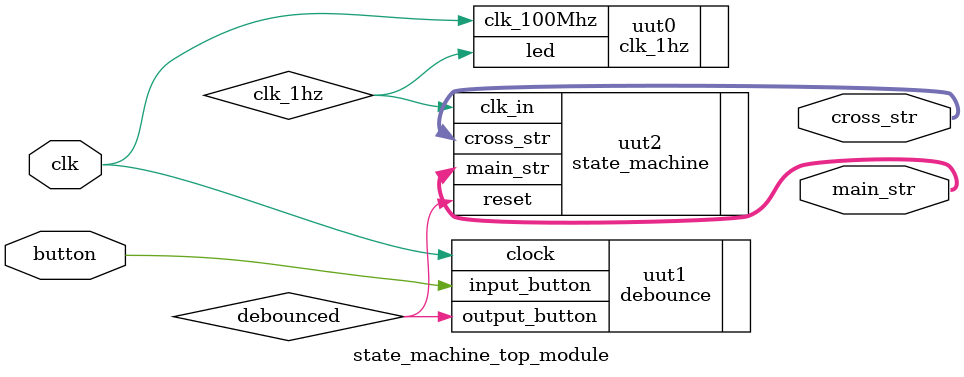
<source format=v>
`timescale 1ns / 1ps


module state_machine_top_module(
    input clk,
    input button,
    output [2:0] main_str, // outputs thru the PMOD of the basys 3
    output [2:0] cross_str // outputs thru the PMOD of the basys 3
    );
    
    // output wire from clk_1hz 
    wire clk_1hz; 
    
    // output wire from debounce button
    wire debounced; 
    
    clk_1hz uut0 (.clk_100Mhz(clk),.led(clk_1hz));
    debounce uut1 (.clock(clk),.input_button(button),.output_button(debounced));
    state_machine uut2 (.clk_in(clk_1hz),.reset(debounced),.main_str(main_str),.cross_str(cross_str));
    
endmodule

</source>
